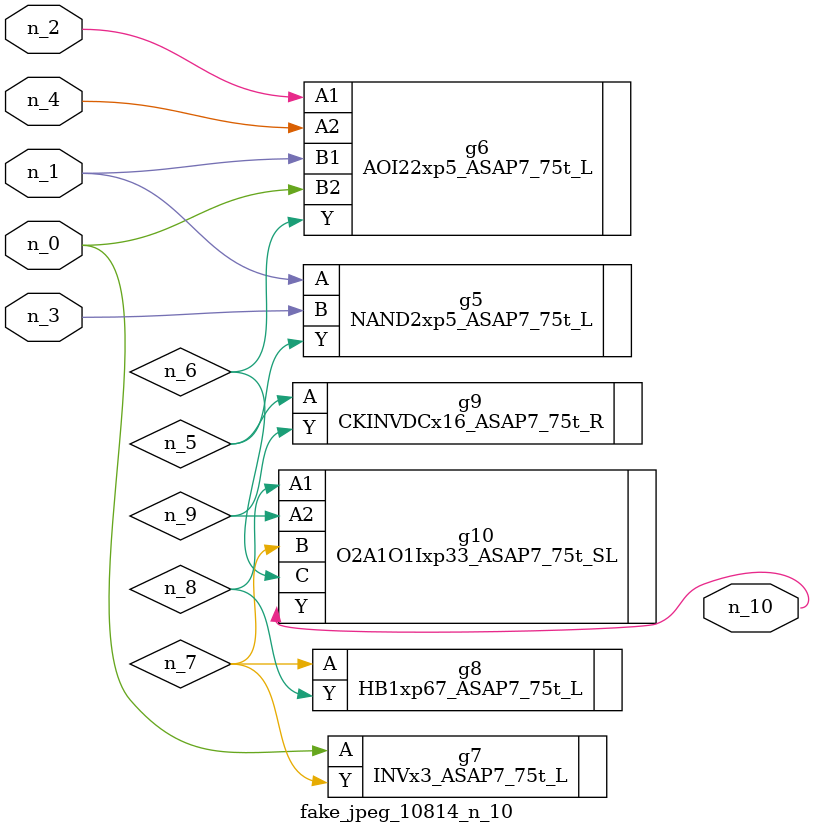
<source format=v>
module fake_jpeg_10814_n_10 (n_3, n_2, n_1, n_0, n_4, n_10);

input n_3;
input n_2;
input n_1;
input n_0;
input n_4;

output n_10;

wire n_8;
wire n_9;
wire n_6;
wire n_5;
wire n_7;

NAND2xp5_ASAP7_75t_L g5 ( 
.A(n_1),
.B(n_3),
.Y(n_5)
);

AOI22xp5_ASAP7_75t_L g6 ( 
.A1(n_2),
.A2(n_4),
.B1(n_1),
.B2(n_0),
.Y(n_6)
);

INVx3_ASAP7_75t_L g7 ( 
.A(n_0),
.Y(n_7)
);

HB1xp67_ASAP7_75t_L g8 ( 
.A(n_7),
.Y(n_8)
);

O2A1O1Ixp33_ASAP7_75t_SL g10 ( 
.A1(n_8),
.A2(n_9),
.B(n_7),
.C(n_6),
.Y(n_10)
);

CKINVDCx16_ASAP7_75t_R g9 ( 
.A(n_5),
.Y(n_9)
);


endmodule
</source>
